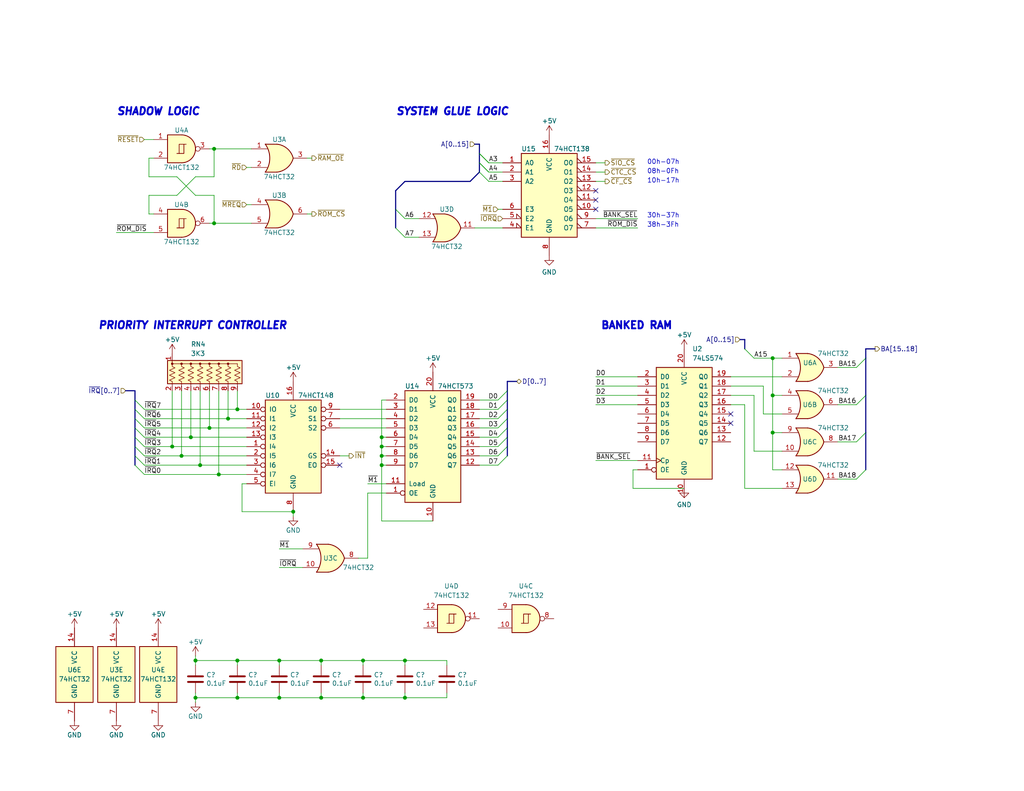
<source format=kicad_sch>
(kicad_sch (version 20230121) (generator eeschema)
  (paper "USLetter")
  (title_block (rev "1") (company "Frédéric Segard") (comment 1 "@microhobbyist") (comment 4 "A big thank you to John Winans for his inspiration, as well as Grant Searle"))
  (lib_symbols
    (symbol "+5V_1" (power) (pin_names (offset 0))
      (property "Value" "+5V_1" (at 0 3.556 0))
      (symbol "+5V_1_1_1"
        (pin power_in line (at 0 0 90) (length 0) hide (name "+5V") (number "1"))
      )
    )
    (symbol "74xx:74LS132" (pin_names (offset 1.016))
      (property "Reference" "U" (at 0 1.27 0))
      (property "Value" "74LS132" (at 0 -1.27 0))
      (symbol "74LS132_1_1"
        (pin input line (at -7.62 2.54 0) (length 3.81) (name "~") (number "1"))
        (pin input line (at -7.62 -2.54 0) (length 3.81) (name "~") (number "2"))
        (pin output inverted (at 7.62 0 180) (length 3.81) (name "~") (number "3"))
      )
      (symbol "74LS132_1_2"
        (pin input inverted (at -7.62 2.54 0) (length 4.318) (name "~") (number "1"))
        (pin input inverted (at -7.62 -2.54 0) (length 4.318) (name "~") (number "2"))
        (pin output line (at 7.62 0 180) (length 3.81) (name "~") (number "3"))
      )
      (symbol "74LS132_2_1"
        (pin input line (at -7.62 2.54 0) (length 3.81) (name "~") (number "4"))
        (pin input line (at -7.62 -2.54 0) (length 3.81) (name "~") (number "5"))
        (pin output inverted (at 7.62 0 180) (length 3.81) (name "~") (number "6"))
      )
      (symbol "74LS132_2_2"
        (pin input inverted (at -7.62 2.54 0) (length 4.318) (name "~") (number "4"))
        (pin input inverted (at -7.62 -2.54 0) (length 4.318) (name "~") (number "5"))
        (pin output line (at 7.62 0 180) (length 3.81) (name "~") (number "6"))
      )
      (symbol "74LS132_3_1"
        (pin input line (at -7.62 -2.54 0) (length 3.81) (name "~") (number "10"))
        (pin output inverted (at 7.62 0 180) (length 3.81) (name "~") (number "8"))
        (pin input line (at -7.62 2.54 0) (length 3.81) (name "~") (number "9"))
      )
      (symbol "74LS132_3_2"
        (pin input inverted (at -7.62 -2.54 0) (length 4.318) (name "~") (number "10"))
        (pin output line (at 7.62 0 180) (length 3.81) (name "~") (number "8"))
        (pin input inverted (at -7.62 2.54 0) (length 4.318) (name "~") (number "9"))
      )
      (symbol "74LS132_4_1"
        (pin output inverted (at 7.62 0 180) (length 3.81) (name "~") (number "11"))
        (pin input line (at -7.62 2.54 0) (length 3.81) (name "~") (number "12"))
        (pin input line (at -7.62 -2.54 0) (length 3.81) (name "~") (number "13"))
      )
      (symbol "74LS132_4_2"
        (pin output line (at 7.62 0 180) (length 3.81) (name "~") (number "11"))
        (pin input inverted (at -7.62 2.54 0) (length 4.318) (name "~") (number "12"))
        (pin input inverted (at -7.62 -2.54 0) (length 4.318) (name "~") (number "13"))
      )
      (symbol "74LS132_5_0"
        (pin power_in line (at 0 12.7 270) (length 5.08) (name "VCC") (number "14"))
        (pin power_in line (at 0 -12.7 90) (length 5.08) (name "GND") (number "7"))
      )
    )
    (symbol "74xx:74LS138" (pin_names (offset 1.016))
      (property "Reference" "U" (at -7.62 11.43 0))
      (property "Value" "74LS138" (at -7.62 -13.97 0))
      (symbol "74LS138_1_0"
        (pin input line (at -12.7 7.62 0) (length 5.08) (name "A0") (number "1"))
        (pin output output_low (at 12.7 -5.08 180) (length 5.08) (name "O5") (number "10"))
        (pin output output_low (at 12.7 -2.54 180) (length 5.08) (name "O4") (number "11"))
        (pin output output_low (at 12.7 0 180) (length 5.08) (name "O3") (number "12"))
        (pin output output_low (at 12.7 2.54 180) (length 5.08) (name "O2") (number "13"))
        (pin output output_low (at 12.7 5.08 180) (length 5.08) (name "O1") (number "14"))
        (pin output output_low (at 12.7 7.62 180) (length 5.08) (name "O0") (number "15"))
        (pin power_in line (at 0 15.24 270) (length 5.08) (name "VCC") (number "16"))
        (pin input line (at -12.7 5.08 0) (length 5.08) (name "A1") (number "2"))
        (pin input line (at -12.7 2.54 0) (length 5.08) (name "A2") (number "3"))
        (pin input input_low (at -12.7 -10.16 0) (length 5.08) (name "E1") (number "4"))
        (pin input input_low (at -12.7 -7.62 0) (length 5.08) (name "E2") (number "5"))
        (pin input line (at -12.7 -5.08 0) (length 5.08) (name "E3") (number "6"))
        (pin output output_low (at 12.7 -10.16 180) (length 5.08) (name "O7") (number "7"))
        (pin power_in line (at 0 -17.78 90) (length 5.08) (name "GND") (number "8"))
        (pin output output_low (at 12.7 -7.62 180) (length 5.08) (name "O6") (number "9"))
      )
    )
    (symbol "74xx:74LS148" (pin_names (offset 1.016))
      (property "Reference" "U" (at -7.62 13.97 0))
      (property "Value" "74LS148" (at -7.62 -13.97 0))
      (symbol "74LS148_1_0"
        (pin input inverted (at -12.7 0 0) (length 5.08) (name "I4") (number "1"))
        (pin input inverted (at -12.7 10.16 0) (length 5.08) (name "IO") (number "10"))
        (pin input inverted (at -12.7 7.62 0) (length 5.08) (name "I1") (number "11"))
        (pin input inverted (at -12.7 5.08 0) (length 5.08) (name "I2") (number "12"))
        (pin input inverted (at -12.7 2.54 0) (length 5.08) (name "I3") (number "13"))
        (pin output inverted (at 12.7 -2.54 180) (length 5.08) (name "GS") (number "14"))
        (pin output inverted (at 12.7 -5.08 180) (length 5.08) (name "EO") (number "15"))
        (pin power_in line (at 0 17.78 270) (length 5.08) (name "VCC") (number "16"))
        (pin input inverted (at -12.7 -2.54 0) (length 5.08) (name "I5") (number "2"))
        (pin input inverted (at -12.7 -5.08 0) (length 5.08) (name "I6") (number "3"))
        (pin input inverted (at -12.7 -7.62 0) (length 5.08) (name "I7") (number "4"))
        (pin input inverted (at -12.7 -10.16 0) (length 5.08) (name "EI") (number "5"))
        (pin output inverted (at 12.7 5.08 180) (length 5.08) (name "S2") (number "6"))
        (pin output inverted (at 12.7 7.62 180) (length 5.08) (name "S1") (number "7"))
        (pin power_in line (at 0 -17.78 90) (length 5.08) (name "GND") (number "8"))
        (pin output inverted (at 12.7 10.16 180) (length 5.08) (name "S0") (number "9"))
      )
    )
    (symbol "74xx:74LS32" (pin_names (offset 1.016))
      (property "Reference" "U" (at 0 1.27 0))
      (property "Value" "74LS32" (at 0 -1.27 0))
      (symbol "74LS32_1_1"
        (pin input line (at -7.62 2.54 0) (length 4.318) (name "~") (number "1"))
        (pin input line (at -7.62 -2.54 0) (length 4.318) (name "~") (number "2"))
        (pin output line (at 7.62 0 180) (length 3.81) (name "~") (number "3"))
      )
      (symbol "74LS32_1_2"
        (pin input inverted (at -7.62 2.54 0) (length 3.81) (name "~") (number "1"))
        (pin input inverted (at -7.62 -2.54 0) (length 3.81) (name "~") (number "2"))
        (pin output inverted (at 7.62 0 180) (length 3.81) (name "~") (number "3"))
      )
      (symbol "74LS32_2_1"
        (pin input line (at -7.62 2.54 0) (length 4.318) (name "~") (number "4"))
        (pin input line (at -7.62 -2.54 0) (length 4.318) (name "~") (number "5"))
        (pin output line (at 7.62 0 180) (length 3.81) (name "~") (number "6"))
      )
      (symbol "74LS32_2_2"
        (pin input inverted (at -7.62 2.54 0) (length 3.81) (name "~") (number "4"))
        (pin input inverted (at -7.62 -2.54 0) (length 3.81) (name "~") (number "5"))
        (pin output inverted (at 7.62 0 180) (length 3.81) (name "~") (number "6"))
      )
      (symbol "74LS32_3_1"
        (pin input line (at -7.62 -2.54 0) (length 4.318) (name "~") (number "10"))
        (pin output line (at 7.62 0 180) (length 3.81) (name "~") (number "8"))
        (pin input line (at -7.62 2.54 0) (length 4.318) (name "~") (number "9"))
      )
      (symbol "74LS32_3_2"
        (pin input inverted (at -7.62 -2.54 0) (length 3.81) (name "~") (number "10"))
        (pin output inverted (at 7.62 0 180) (length 3.81) (name "~") (number "8"))
        (pin input inverted (at -7.62 2.54 0) (length 3.81) (name "~") (number "9"))
      )
      (symbol "74LS32_4_1"
        (pin output line (at 7.62 0 180) (length 3.81) (name "~") (number "11"))
        (pin input line (at -7.62 2.54 0) (length 4.318) (name "~") (number "12"))
        (pin input line (at -7.62 -2.54 0) (length 4.318) (name "~") (number "13"))
      )
      (symbol "74LS32_4_2"
        (pin output inverted (at 7.62 0 180) (length 3.81) (name "~") (number "11"))
        (pin input inverted (at -7.62 2.54 0) (length 3.81) (name "~") (number "12"))
        (pin input inverted (at -7.62 -2.54 0) (length 3.81) (name "~") (number "13"))
      )
      (symbol "74LS32_5_0"
        (pin power_in line (at 0 12.7 270) (length 5.08) (name "VCC") (number "14"))
        (pin power_in line (at 0 -12.7 90) (length 5.08) (name "GND") (number "7"))
      )
    )
    (symbol "74xx:74LS573" (pin_names (offset 1.016))
      (property "Reference" "U" (at -7.62 16.51 0))
      (property "Value" "74LS573" (at -7.62 -16.51 0))
      (symbol "74LS573_1_0"
        (pin input inverted (at -12.7 -12.7 0) (length 5.08) (name "OE") (number "1"))
        (pin power_in line (at 0 -20.32 90) (length 5.08) (name "GND") (number "10"))
        (pin input line (at -12.7 -10.16 0) (length 5.08) (name "Load") (number "11"))
        (pin tri_state line (at 12.7 -5.08 180) (length 5.08) (name "Q7") (number "12"))
        (pin tri_state line (at 12.7 -2.54 180) (length 5.08) (name "Q6") (number "13"))
        (pin tri_state line (at 12.7 0 180) (length 5.08) (name "Q5") (number "14"))
        (pin tri_state line (at 12.7 2.54 180) (length 5.08) (name "Q4") (number "15"))
        (pin tri_state line (at 12.7 5.08 180) (length 5.08) (name "Q3") (number "16"))
        (pin tri_state line (at 12.7 7.62 180) (length 5.08) (name "Q2") (number "17"))
        (pin tri_state line (at 12.7 10.16 180) (length 5.08) (name "Q1") (number "18"))
        (pin tri_state line (at 12.7 12.7 180) (length 5.08) (name "Q0") (number "19"))
        (pin input line (at -12.7 12.7 0) (length 5.08) (name "D0") (number "2"))
        (pin power_in line (at 0 20.32 270) (length 5.08) (name "VCC") (number "20"))
        (pin input line (at -12.7 10.16 0) (length 5.08) (name "D1") (number "3"))
        (pin input line (at -12.7 7.62 0) (length 5.08) (name "D2") (number "4"))
        (pin input line (at -12.7 5.08 0) (length 5.08) (name "D3") (number "5"))
        (pin input line (at -12.7 2.54 0) (length 5.08) (name "D4") (number "6"))
        (pin input line (at -12.7 0 0) (length 5.08) (name "D5") (number "7"))
        (pin input line (at -12.7 -2.54 0) (length 5.08) (name "D6") (number "8"))
        (pin input line (at -12.7 -5.08 0) (length 5.08) (name "D7") (number "9"))
      )
    )
    (symbol "74xx:74LS574" (pin_names (offset 1.016))
      (property "Reference" "U" (at -7.62 16.51 0))
      (property "Value" "74LS574" (at -7.62 -16.51 0))
      (symbol "74LS574_1_0"
        (pin input inverted (at -12.7 -12.7 0) (length 5.08) (name "OE") (number "1"))
        (pin power_in line (at 0 -20.32 90) (length 5.08) (name "GND") (number "10"))
        (pin input clock (at -12.7 -10.16 0) (length 5.08) (name "Cp") (number "11"))
        (pin tri_state line (at 12.7 -5.08 180) (length 5.08) (name "Q7") (number "12"))
        (pin tri_state line (at 12.7 -2.54 180) (length 5.08) (name "Q6") (number "13"))
        (pin tri_state line (at 12.7 0 180) (length 5.08) (name "Q5") (number "14"))
        (pin tri_state line (at 12.7 2.54 180) (length 5.08) (name "Q4") (number "15"))
        (pin tri_state line (at 12.7 5.08 180) (length 5.08) (name "Q3") (number "16"))
        (pin tri_state line (at 12.7 7.62 180) (length 5.08) (name "Q2") (number "17"))
        (pin tri_state line (at 12.7 10.16 180) (length 5.08) (name "Q1") (number "18"))
        (pin tri_state line (at 12.7 12.7 180) (length 5.08) (name "Q0") (number "19"))
        (pin input line (at -12.7 12.7 0) (length 5.08) (name "D0") (number "2"))
        (pin power_in line (at 0 20.32 270) (length 5.08) (name "VCC") (number "20"))
        (pin input line (at -12.7 10.16 0) (length 5.08) (name "D1") (number "3"))
        (pin input line (at -12.7 7.62 0) (length 5.08) (name "D2") (number "4"))
        (pin input line (at -12.7 5.08 0) (length 5.08) (name "D3") (number "5"))
        (pin input line (at -12.7 2.54 0) (length 5.08) (name "D4") (number "6"))
        (pin input line (at -12.7 0 0) (length 5.08) (name "D5") (number "7"))
        (pin input line (at -12.7 -2.54 0) (length 5.08) (name "D6") (number "8"))
        (pin input line (at -12.7 -5.08 0) (length 5.08) (name "D7") (number "9"))
      )
    )
    (symbol "Device:C" (pin_numbers hide) (pin_names (offset 0.254))
      (property "Reference" "C" (at 0.635 2.54 0))
      (property "Value" "C" (at 0.635 -2.54 0))
      (symbol "C_1_1"
        (pin passive line (at 0 3.81 270) (length 2.794) (name "~") (number "1"))
        (pin passive line (at 0 -3.81 90) (length 2.794) (name "~") (number "2"))
      )
    )
    (symbol "Device:R_Network08_US" (pin_names (offset 0) hide)
      (property "Reference" "RN" (at -12.7 0 90))
      (property "Value" "R_Network08_US" (at 10.16 0 90))
      (symbol "R_Network08_US_1_1"
        (pin passive line (at -10.16 5.08 270) (length 2.54) (name "common") (number "1"))
        (pin passive line (at -10.16 -5.08 90) (length 1.27) (name "R1") (number "2"))
        (pin passive line (at -7.62 -5.08 90) (length 1.27) (name "R2") (number "3"))
        (pin passive line (at -5.08 -5.08 90) (length 1.27) (name "R3") (number "4"))
        (pin passive line (at -2.54 -5.08 90) (length 1.27) (name "R4") (number "5"))
        (pin passive line (at 0 -5.08 90) (length 1.27) (name "R5") (number "6"))
        (pin passive line (at 2.54 -5.08 90) (length 1.27) (name "R6") (number "7"))
        (pin passive line (at 5.08 -5.08 90) (length 1.27) (name "R7") (number "8"))
        (pin passive line (at 7.62 -5.08 90) (length 1.27) (name "R8") (number "9"))
      )
    )
    (symbol "GND_2" (power) (pin_names (offset 0))
      (property "Value" "GND_2" (at 0 -3.81 0))
      (symbol "GND_2_1_1"
        (pin power_in line (at 0 0 270) (length 0) hide (name "GND") (number "1"))
      )
    )
    (symbol "power:GND" (power) (pin_names (offset 0))
      (property "Value" "GND" (at 0 -3.81 0))
      (symbol "GND_1_1"
        (pin power_in line (at 0 0 270) (length 0) hide (name "GND") (number "1"))
      )
    )
  )
  (junction (at 104.14 121.92))
  (junction (at 99.06 180.34))
  (junction (at 76.2 190.5))
  (junction (at 99.06 190.5))
  (junction (at 87.63 180.34))
  (junction (at 80.01 139.7))
  (junction (at 62.23 114.3))
  (junction (at 54.61 127))
  (junction (at 210.82 118.11))
  (junction (at 104.14 124.46))
  (junction (at 59.69 129.54))
  (junction (at 49.53 124.46))
  (junction (at 57.15 116.84))
  (junction (at 110.49 180.34))
  (junction (at 58.42 40.64))
  (junction (at 210.82 97.79))
  (junction (at 53.34 180.34))
  (junction (at 53.34 190.5))
  (junction (at 104.14 127))
  (junction (at 64.77 190.5))
  (junction (at 64.77 111.76))
  (junction (at 52.07 119.38))
  (junction (at 210.82 107.95))
  (junction (at 58.42 60.96))
  (junction (at 46.99 121.92))
  (junction (at 87.63 190.5))
  (junction (at 104.14 119.38))
  (junction (at 76.2 180.34))
  (junction (at 64.77 180.34))
  (junction (at 110.49 190.5))
  (no_connect (at 162.56 54.61))
  (no_connect (at 92.71 127))
  (no_connect (at 199.39 113.03))
  (no_connect (at 162.56 52.07))
  (no_connect (at 162.56 57.15))
  (no_connect (at 199.39 115.57))
  (bus_entry (at 36.83 119.38) (size 2.54 2.54))
  (bus_entry (at 135.89 127) (size 2.54 -2.54))
  (bus_entry (at 130.81 41.91) (size 2.54 2.54))
  (bus_entry (at 36.83 111.76) (size 2.54 2.54))
  (bus_entry (at 36.83 114.3) (size 2.54 2.54))
  (bus_entry (at 135.89 116.84) (size 2.54 -2.54))
  (bus_entry (at 130.81 44.45) (size 2.54 2.54))
  (bus_entry (at 107.95 62.23) (size 2.54 2.54))
  (bus_entry (at 107.95 57.15) (size 2.54 2.54))
  (bus_entry (at 135.89 124.46) (size 2.54 -2.54))
  (bus_entry (at 36.83 124.46) (size 2.54 2.54))
  (bus_entry (at 233.68 100.33) (size 2.54 -2.54))
  (bus_entry (at 130.81 46.99) (size 2.54 2.54))
  (bus_entry (at 135.89 119.38) (size 2.54 -2.54))
  (bus_entry (at 233.68 110.49) (size 2.54 -2.54))
  (bus_entry (at 233.68 130.81) (size 2.54 -2.54))
  (bus_entry (at 36.83 116.84) (size 2.54 2.54))
  (bus_entry (at 135.89 111.76) (size 2.54 -2.54))
  (bus_entry (at 233.68 120.65) (size 2.54 -2.54))
  (bus_entry (at 130.81 44.45) (size 2.54 2.54))
  (bus_entry (at 36.83 109.22) (size 2.54 2.54))
  (bus_entry (at 135.89 109.22) (size 2.54 -2.54))
  (bus_entry (at 135.89 114.3) (size 2.54 -2.54))
  (bus_entry (at 36.83 121.92) (size 2.54 2.54))
  (bus_entry (at 130.81 41.91) (size 2.54 2.54))
  (bus_entry (at 203.2 95.25) (size 2.54 2.54))
  (bus_entry (at 135.89 121.92) (size 2.54 -2.54))
  (bus_entry (at 36.83 127) (size 2.54 2.54))
  (wire (pts (xy 53.34 48.26) (xy 58.42 48.26)))
  (wire (pts (xy 165.1 44.45) (xy 162.56 44.45)))
  (bus (pts (xy 130.81 39.37) (xy 130.81 41.91)))
  (wire (pts (xy 130.81 121.92) (xy 135.89 121.92)))
  (wire (pts (xy 53.34 189.23) (xy 53.34 190.5)))
  (bus (pts (xy 36.83 109.22) (xy 36.83 106.68)))
  (wire (pts (xy 67.31 55.88) (xy 68.58 55.88)))
  (bus (pts (xy 138.43 124.46) (xy 138.43 121.92)))
  (wire (pts (xy 199.39 107.95) (xy 205.74 107.95)))
  (wire (pts (xy 99.06 181.61) (xy 99.06 180.34)))
  (wire (pts (xy 129.54 62.23) (xy 137.16 62.23)))
  (wire (pts (xy 76.2 189.23) (xy 76.2 190.5)))
  (wire (pts (xy 39.37 114.3) (xy 62.23 114.3)))
  (wire (pts (xy 100.33 152.4) (xy 100.33 134.62)))
  (wire (pts (xy 39.37 124.46) (xy 49.53 124.46)))
  (wire (pts (xy 162.56 125.73) (xy 173.99 125.73)))
  (wire (pts (xy 130.81 127) (xy 135.89 127)))
  (wire (pts (xy 104.14 119.38) (xy 104.14 121.92)))
  (wire (pts (xy 40.64 53.34) (xy 40.64 58.42)))
  (wire (pts (xy 85.09 58.42) (xy 83.82 58.42)))
  (wire (pts (xy 172.72 128.27) (xy 172.72 133.35)))
  (wire (pts (xy 46.99 121.92) (xy 67.31 121.92)))
  (wire (pts (xy 62.23 114.3) (xy 67.31 114.3)))
  (wire (pts (xy 31.75 63.5) (xy 41.91 63.5)))
  (wire (pts (xy 52.07 106.68) (xy 52.07 119.38)))
  (bus (pts (xy 36.83 114.3) (xy 36.83 111.76)))
  (wire (pts (xy 130.81 116.84) (xy 135.89 116.84)))
  (wire (pts (xy 199.39 102.87) (xy 213.36 102.87)))
  (wire (pts (xy 110.49 189.23) (xy 110.49 190.5)))
  (wire (pts (xy 58.42 40.64) (xy 68.58 40.64)))
  (wire (pts (xy 46.99 106.68) (xy 46.99 121.92)))
  (wire (pts (xy 64.77 180.34) (xy 76.2 180.34)))
  (wire (pts (xy 104.14 124.46) (xy 104.14 127)))
  (wire (pts (xy 76.2 149.86) (xy 82.55 149.86)))
  (wire (pts (xy 210.82 118.11) (xy 213.36 118.11)))
  (bus (pts (xy 36.83 111.76) (xy 36.83 109.22)))
  (wire (pts (xy 87.63 190.5) (xy 99.06 190.5)))
  (bus (pts (xy 138.43 109.22) (xy 138.43 106.68)))
  (wire (pts (xy 76.2 154.94) (xy 82.55 154.94)))
  (bus (pts (xy 236.22 118.11) (xy 236.22 128.27)))
  (bus (pts (xy 36.83 119.38) (xy 36.83 116.84)))
  (wire (pts (xy 228.6 100.33) (xy 233.68 100.33)))
  (wire (pts (xy 92.71 116.84) (xy 105.41 116.84)))
  (wire (pts (xy 57.15 116.84) (xy 67.31 116.84)))
  (bus (pts (xy 138.43 106.68) (xy 138.43 104.14)))
  (wire (pts (xy 52.07 119.38) (xy 67.31 119.38)))
  (wire (pts (xy 99.06 180.34) (xy 110.49 180.34)))
  (wire (pts (xy 40.64 48.26) (xy 48.26 48.26)))
  (wire (pts (xy 104.14 109.22) (xy 104.14 119.38)))
  (bus (pts (xy 236.22 107.95) (xy 236.22 118.11)))
  (wire (pts (xy 67.31 132.08) (xy 66.04 132.08)))
  (bus (pts (xy 138.43 119.38) (xy 138.43 116.84)))
  (wire (pts (xy 100.33 132.08) (xy 105.41 132.08)))
  (bus (pts (xy 138.43 121.92) (xy 138.43 119.38)))
  (wire (pts (xy 40.64 43.18) (xy 40.64 48.26)))
  (wire (pts (xy 53.34 190.5) (xy 53.34 191.77)))
  (wire (pts (xy 121.92 181.61) (xy 121.92 180.34)))
  (wire (pts (xy 135.89 57.15) (xy 137.16 57.15)))
  (bus (pts (xy 138.43 104.14) (xy 140.97 104.14)))
  (wire (pts (xy 41.91 58.42) (xy 40.64 58.42)))
  (wire (pts (xy 64.77 111.76) (xy 67.31 111.76)))
  (bus (pts (xy 107.95 62.23) (xy 107.95 57.15)))
  (wire (pts (xy 57.15 40.64) (xy 58.42 40.64)))
  (wire (pts (xy 121.92 189.23) (xy 121.92 190.5)))
  (wire (pts (xy 59.69 129.54) (xy 67.31 129.54)))
  (wire (pts (xy 99.06 189.23) (xy 99.06 190.5)))
  (wire (pts (xy 76.2 180.34) (xy 87.63 180.34)))
  (wire (pts (xy 39.37 38.1) (xy 41.91 38.1)))
  (wire (pts (xy 64.77 181.61) (xy 64.77 180.34)))
  (wire (pts (xy 53.34 179.07) (xy 53.34 180.34)))
  (wire (pts (xy 39.37 127) (xy 54.61 127)))
  (bus (pts (xy 236.22 97.79) (xy 236.22 107.95)))
  (wire (pts (xy 110.49 190.5) (xy 121.92 190.5)))
  (wire (pts (xy 64.77 106.68) (xy 64.77 111.76)))
  (wire (pts (xy 62.23 106.68) (xy 62.23 114.3)))
  (wire (pts (xy 97.79 152.4) (xy 100.33 152.4)))
  (wire (pts (xy 110.49 180.34) (xy 121.92 180.34)))
  (bus (pts (xy 203.2 95.25) (xy 203.2 92.71)))
  (wire (pts (xy 64.77 190.5) (xy 76.2 190.5)))
  (bus (pts (xy 107.95 57.15) (xy 107.95 52.07)))
  (wire (pts (xy 92.71 124.46) (xy 95.25 124.46)))
  (wire (pts (xy 92.71 114.3) (xy 105.41 114.3)))
  (bus (pts (xy 236.22 95.25) (xy 238.76 95.25)))
  (wire (pts (xy 39.37 121.92) (xy 46.99 121.92)))
  (wire (pts (xy 66.04 139.7) (xy 80.01 139.7)))
  (wire (pts (xy 76.2 181.61) (xy 76.2 180.34)))
  (wire (pts (xy 205.74 107.95) (xy 205.74 123.19)))
  (bus (pts (xy 130.81 41.91) (xy 130.81 44.45)))
  (wire (pts (xy 110.49 59.69) (xy 114.3 59.69)))
  (wire (pts (xy 210.82 107.95) (xy 210.82 97.79)))
  (wire (pts (xy 172.72 133.35) (xy 186.69 133.35)))
  (wire (pts (xy 92.71 111.76) (xy 105.41 111.76)))
  (wire (pts (xy 104.14 119.38) (xy 105.41 119.38)))
  (bus (pts (xy 138.43 116.84) (xy 138.43 114.3)))
  (wire (pts (xy 162.56 49.53) (xy 165.1 49.53)))
  (wire (pts (xy 54.61 127) (xy 67.31 127)))
  (bus (pts (xy 36.83 124.46) (xy 36.83 121.92)))
  (wire (pts (xy 133.35 46.99) (xy 137.16 46.99)))
  (wire (pts (xy 228.6 130.81) (xy 233.68 130.81)))
  (wire (pts (xy 66.04 132.08) (xy 66.04 139.7)))
  (wire (pts (xy 162.56 102.87) (xy 173.99 102.87)))
  (wire (pts (xy 130.81 109.22) (xy 135.89 109.22)))
  (wire (pts (xy 104.14 142.24) (xy 118.11 142.24)))
  (wire (pts (xy 203.2 110.49) (xy 199.39 110.49)))
  (wire (pts (xy 110.49 181.61) (xy 110.49 180.34)))
  (wire (pts (xy 133.35 44.45) (xy 137.16 44.45)))
  (wire (pts (xy 58.42 40.64) (xy 58.42 48.26)))
  (wire (pts (xy 210.82 107.95) (xy 213.36 107.95)))
  (wire (pts (xy 133.35 49.53) (xy 137.16 49.53)))
  (wire (pts (xy 130.81 114.3) (xy 135.89 114.3)))
  (wire (pts (xy 130.81 111.76) (xy 135.89 111.76)))
  (wire (pts (xy 210.82 118.11) (xy 210.82 107.95)))
  (wire (pts (xy 87.63 181.61) (xy 87.63 180.34)))
  (wire (pts (xy 40.64 53.34) (xy 48.26 53.34)))
  (wire (pts (xy 213.36 133.35) (xy 203.2 133.35)))
  (wire (pts (xy 87.63 189.23) (xy 87.63 190.5)))
  (wire (pts (xy 104.14 121.92) (xy 104.14 124.46)))
  (bus (pts (xy 128.27 49.53) (xy 130.81 46.99)))
  (bus (pts (xy 130.81 46.99) (xy 130.81 44.45)))
  (wire (pts (xy 99.06 190.5) (xy 110.49 190.5)))
  (bus (pts (xy 138.43 114.3) (xy 138.43 111.76)))
  (wire (pts (xy 228.6 120.65) (xy 233.68 120.65)))
  (wire (pts (xy 104.14 127) (xy 105.41 127)))
  (wire (pts (xy 213.36 128.27) (xy 210.82 128.27)))
  (wire (pts (xy 39.37 119.38) (xy 52.07 119.38)))
  (wire (pts (xy 210.82 97.79) (xy 213.36 97.79)))
  (wire (pts (xy 67.31 45.72) (xy 68.58 45.72)))
  (wire (pts (xy 105.41 109.22) (xy 104.14 109.22)))
  (wire (pts (xy 54.61 106.68) (xy 54.61 127)))
  (bus (pts (xy 107.95 52.07) (xy 110.49 49.53)))
  (wire (pts (xy 205.74 97.79) (xy 210.82 97.79)))
  (bus (pts (xy 110.49 49.53) (xy 128.27 49.53)))
  (wire (pts (xy 58.42 60.96) (xy 68.58 60.96)))
  (wire (pts (xy 48.26 53.34) (xy 53.34 48.26)))
  (wire (pts (xy 58.42 53.34) (xy 53.34 53.34)))
  (wire (pts (xy 199.39 105.41) (xy 208.28 105.41)))
  (wire (pts (xy 104.14 121.92) (xy 105.41 121.92)))
  (wire (pts (xy 76.2 190.5) (xy 87.63 190.5)))
  (wire (pts (xy 53.34 53.34) (xy 48.26 48.26)))
  (wire (pts (xy 162.56 105.41) (xy 173.99 105.41)))
  (wire (pts (xy 203.2 133.35) (xy 203.2 110.49)))
  (bus (pts (xy 129.54 39.37) (xy 130.81 39.37)))
  (wire (pts (xy 104.14 124.46) (xy 105.41 124.46)))
  (wire (pts (xy 59.69 106.68) (xy 59.69 129.54)))
  (bus (pts (xy 36.83 116.84) (xy 36.83 114.3)))
  (wire (pts (xy 130.81 124.46) (xy 135.89 124.46)))
  (wire (pts (xy 39.37 129.54) (xy 59.69 129.54)))
  (wire (pts (xy 57.15 60.96) (xy 58.42 60.96)))
  (wire (pts (xy 205.74 123.19) (xy 213.36 123.19)))
  (wire (pts (xy 208.28 113.03) (xy 213.36 113.03)))
  (wire (pts (xy 162.56 62.23) (xy 173.99 62.23)))
  (wire (pts (xy 162.56 107.95) (xy 173.99 107.95)))
  (bus (pts (xy 36.83 121.92) (xy 36.83 119.38)))
  (wire (pts (xy 49.53 124.46) (xy 67.31 124.46)))
  (wire (pts (xy 228.6 110.49) (xy 233.68 110.49)))
  (bus (pts (xy 138.43 111.76) (xy 138.43 109.22)))
  (wire (pts (xy 39.37 116.84) (xy 57.15 116.84)))
  (bus (pts (xy 36.83 127) (xy 36.83 124.46)))
  (wire (pts (xy 87.63 180.34) (xy 99.06 180.34)))
  (wire (pts (xy 100.33 134.62) (xy 105.41 134.62)))
  (wire (pts (xy 162.56 110.49) (xy 173.99 110.49)))
  (wire (pts (xy 172.72 128.27) (xy 173.99 128.27)))
  (wire (pts (xy 58.42 53.34) (xy 58.42 60.96)))
  (bus (pts (xy 201.93 92.71) (xy 203.2 92.71)))
  (wire (pts (xy 39.37 111.76) (xy 64.77 111.76)))
  (wire (pts (xy 162.56 59.69) (xy 173.99 59.69)))
  (bus (pts (xy 236.22 97.79) (xy 236.22 95.25)))
  (wire (pts (xy 64.77 189.23) (xy 64.77 190.5)))
  (wire (pts (xy 110.49 64.77) (xy 114.3 64.77)))
  (wire (pts (xy 49.53 106.68) (xy 49.53 124.46)))
  (bus (pts (xy 34.29 106.68) (xy 36.83 106.68)))
  (wire (pts (xy 41.91 43.18) (xy 40.64 43.18)))
  (wire (pts (xy 53.34 180.34) (xy 64.77 180.34)))
  (wire (pts (xy 130.81 119.38) (xy 135.89 119.38)))
  (wire (pts (xy 80.01 140.97) (xy 80.01 139.7)))
  (wire (pts (xy 53.34 190.5) (xy 64.77 190.5)))
  (wire (pts (xy 165.1 46.99) (xy 162.56 46.99)))
  (wire (pts (xy 53.34 180.34) (xy 53.34 181.61)))
  (wire (pts (xy 104.14 127) (xy 104.14 142.24)))
  (wire (pts (xy 208.28 105.41) (xy 208.28 113.03)))
  (wire (pts (xy 85.09 43.18) (xy 83.82 43.18)))
  (wire (pts (xy 210.82 128.27) (xy 210.82 118.11)))
  (wire (pts (xy 57.15 106.68) (xy 57.15 116.84)))
  (text "PRIORITY INTERRUPT CONTROLLER" (at 26.67 90.17 0) (effects (font (size 2 2) (thickness 0.508) bold italic) (justify left bottom)))
  (text "SYSTEM GLUE LOGIC" (at 107.95 31.75 0) (effects (font (size 2 2) (thickness 0.508) bold italic) (justify left bottom)))
  (text "SHADOW LOGIC" (at 31.75 31.75 0) (effects (font (size 2 2) (thickness 0.508) bold italic) (justify left bottom)))
  (text "00h-07h" (at 176.53 45.085 0) (effects (font (size 1.27 1.27)) (justify left bottom)))
  (text "38h-3Fh" (at 176.53 62.23 0) (effects (font (size 1.27 1.27)) (justify left bottom)))
  (text "08h-0Fh" (at 176.53 47.625 0) (effects (font (size 1.27 1.27)) (justify left bottom)))
  (text "10h-17h" (at 176.53 50.165 0) (effects (font (size 1.27 1.27)) (justify left bottom)))
  (text "30h-37h" (at 176.53 59.69 0) (effects (font (size 1.27 1.27)) (justify left bottom)))
  (text "BANKED RAM" (at 163.83 90.17 0) (effects (font (size 2 2) (thickness 0.508) bold) (justify left bottom)))
  (label "D6" (at 135.89 124.46 180))
  (label "A6" (at 110.49 59.69 0))
  (label "D4" (at 135.89 119.38 180))
  (label "D2" (at 162.56 107.95 0))
  (label "~{BANK_SEL}" (at 162.56 125.73 0))
  (label "A4" (at 133.35 46.99 0))
  (label "A15" (at 205.74 97.79 0))
  (label "D3" (at 135.89 116.84 180))
  (label "D1" (at 162.56 105.41 0))
  (label "A5" (at 133.35 49.53 0))
  (label "D0" (at 135.89 109.22 180))
  (label "D5" (at 135.89 121.92 180))
  (label "~{IRQ}1" (at 39.37 127 0))
  (label "~{M1}" (at 76.2 149.86 0))
  (label "~{IRQ}4" (at 39.37 119.38 0))
  (label "~{ROM_DIS}" (at 31.75 63.5 0))
  (label "~{IRQ}7" (at 39.37 111.76 0))
  (label "~{IORQ}" (at 76.2 154.94 0))
  (label "D3" (at 162.56 110.49 0))
  (label "D2" (at 135.89 114.3 180))
  (label "D7" (at 135.89 127 180))
  (label "~{IRQ}3" (at 39.37 121.92 0))
  (label "~{IRQ}0" (at 39.37 129.54 0))
  (label "BA17" (at 233.68 120.65 180))
  (label "BA16" (at 233.68 110.49 180))
  (label "BA15" (at 233.68 100.33 180))
  (label "~{IRQ}5" (at 39.37 116.84 0))
  (label "~{BANK_SEL}" (at 173.99 59.69 180))
  (label "~{M1}" (at 100.33 132.08 0))
  (label "A7" (at 110.49 64.77 0))
  (label "~{IRQ}2" (at 39.37 124.46 0))
  (label "D1" (at 135.89 111.76 180))
  (label "~{IRQ}6" (at 39.37 114.3 0))
  (label "A3" (at 133.35 44.45 0))
  (label "BA18" (at 233.68 130.81 180))
  (label "~{ROM_DIS}" (at 173.99 62.23 180))
  (label "D0" (at 162.56 102.87 0))
  (hierarchical_label "~{RAM_OE}" (shape output) (at 85.09 43.18 0))
  (hierarchical_label "BA[15..18]" (shape output) (at 238.76 95.25 0))
  (hierarchical_label "~{M1}" (shape input) (at 135.89 57.15 180))
  (hierarchical_label "~{SIO_CS}" (shape output) (at 165.1 44.45 0))
  (hierarchical_label "~{RESET}" (shape input) (at 39.37 38.1 180))
  (hierarchical_label "~{INT}" (shape output) (at 95.25 124.46 0))
  (hierarchical_label "A[0..15]" (shape input) (at 201.93 92.71 180))
  (hierarchical_label "A[0..15]" (shape input) (at 129.54 39.37 180))
  (hierarchical_label "~{CF_CS}" (shape output) (at 165.1 49.53 0))
  (hierarchical_label "~{IORQ}" (shape input) (at 137.16 59.69 180))
  (hierarchical_label "~{RD}" (shape input) (at 67.31 45.72 180))
  (hierarchical_label "~{MREQ}" (shape input) (at 67.31 55.88 180))
  (hierarchical_label "~{CTC_CS}" (shape output) (at 165.1 46.99 0))
  (hierarchical_label "D[0..7]" (shape bidirectional) (at 140.97 104.14 0))
  (hierarchical_label "~{IRQ}[0..7]" (shape input) (at 34.29 106.68 180))
  (hierarchical_label "~{ROM_CS}" (shape output) (at 85.09 58.42 0))
  (symbol (lib_name "+5V_1") (lib_id "power:+5V") (at 53.34 179.07 0) (unit 1)
    (property "Reference" "#PWR?" (effects hide))
    (property "Value" "+5V" (at 53.34 175.26 0))
    (instances (project "2 - CPU and memory card with the essentials (rev 2)" (path "" (reference "#PWR?") (unit 1)) (path "" (reference "#PWR017") (unit 1))))
  )
  (symbol (lib_id "Device:C") (at 76.2 185.42 0) (unit 1)
    (property "Reference" "C?" (at 79.121 184.2516 0) (effects (justify left)))
    (property "Value" "0.1uF" (at 79.121 186.563 0) (effects (justify left)))
    (property "Footprint" "Capacitor_THT:C_Disc_D3.0mm_W2.0mm_P2.50mm" (effects hide))
    (instances (project "2 - CPU and memory card with the essentials (rev 2)" (path "" (reference "C?") (unit 1)) (path "" (reference "C6") (unit 1))) (project "" (path "" (reference "C?") (unit 1))))
  )
  (symbol (lib_name "+5V_1") (lib_id "power:+5V") (at 149.86 36.83 0) (unit 1)
    (property "Reference" "#PWR?" (effects hide))
    (property "Value" "+5V" (at 149.86 33.02 0))
    (instances (project "2 - CPU and memory card with the essentials (rev 2)" (path "" (reference "#PWR?") (unit 1)) (path "" (reference "#PWR019") (unit 1))))
  )
  (symbol (lib_id "Device:C") (at 64.77 185.42 0) (unit 1)
    (property "Reference" "C?" (at 67.691 184.2516 0) (effects (justify left)))
    (property "Value" "0.1uF" (at 67.691 186.563 0) (effects (justify left)))
    (property "Footprint" "Capacitor_THT:C_Disc_D3.0mm_W2.0mm_P2.50mm" (effects hide))
    (instances (project "2 - CPU and memory card with the essentials (rev 2)" (path "" (reference "C?") (unit 1)) (path "" (reference "C5") (unit 1))) (project "" (path "" (reference "C?") (unit 1))))
  )
  (symbol (lib_id "Device:C") (at 121.92 185.42 0) (unit 1)
    (property "Reference" "C?" (at 124.841 184.2516 0) (effects (justify left)))
    (property "Value" "0.1uF" (at 124.841 186.563 0) (effects (justify left)))
    (property "Footprint" "Capacitor_THT:C_Disc_D3.0mm_W2.0mm_P2.50mm" (effects hide))
    (instances (project "2 - CPU and memory card with the essentials (rev 2)" (path "" (reference "C?") (unit 1)) (path "" (reference "C21") (unit 1))) (project "" (path "" (reference "C?") (unit 1))))
  )
  (symbol (lib_id "power:GND") (at 43.18 196.85 0) (unit 1)
    (property "Reference" "#PWR?" (effects hide))
    (property "Value" "GND" (at 43.18 200.66 0))
    (instances (project "2 - CPU and memory card with the essentials (rev 2)" (path "" (reference "#PWR?") (unit 1)) (path "" (reference "#PWR024") (unit 1))) (project "1 - ATX 16 bit ISA passive backplane" (path "" (reference "#PWR?") (unit 1))))
  )
  (symbol (lib_id "74xx:74LS132") (at 43.18 184.15 0) (unit 5)
    (property "Reference" "U4" (at 43.18 182.88 0))
    (property "Value" "74HCT132" (at 43.18 185.42 0))
    (property "Datasheet" "http://www.ti.com/lit/gpn/sn74LS132" (effects hide))
  )
  (symbol (lib_id "74xx:74LS132") (at 143.51 168.91 0) (unit 3)
    (property "Reference" "U4" (at 143.5017 160.02 0))
    (property "Value" "74HCT132" (at 143.5017 162.56 0))
    (property "Datasheet" "http://www.ti.com/lit/gpn/sn74LS132" (effects hide))
  )
  (symbol (lib_name "+5V_1") (lib_id "power:+5V") (at 46.99 96.52 0) (unit 1)
    (property "Reference" "#PWR?" (effects hide))
    (property "Value" "+5V" (at 46.99 92.71 0))
    (instances (project "2 - CPU and memory card with the essentials (rev 2)" (path "" (reference "#PWR?") (unit 1)) (path "" (reference "#PWR033") (unit 1))))
  )
  (symbol (lib_name "+5V_1") (lib_id "power:+5V") (at 186.69 95.25 0) (unit 1)
    (property "Reference" "#PWR027" (effects hide))
    (property "Value" "+5V" (at 186.69 91.44 0))
    (instances (project "2 - CPU and memory card with the essentials (rev 2)" (path "" (reference "#PWR027") (unit 1))) (project "2 - CPU and memory card with the essential peripherals" (path "" (reference "#PWR?") (unit 1))))
  )
  (symbol (lib_id "74xx:74LS132") (at 49.53 60.96 0) (unit 2)
    (property "Reference" "U4" (at 49.53 55.88 0))
    (property "Value" "74HCT132" (at 49.53 66.04 0))
    (property "Datasheet" "http://www.ti.com/lit/gpn/sn74LS132" (effects hide))
  )
  (symbol (lib_id "74xx:74LS148") (at 80.01 121.92 0) (unit 1)
    (property "Reference" "U10" (at 72.39 107.95 0) (effects (justify left)))
    (property "Value" "74HCT148" (at 81.28 107.95 0) (effects (justify left)))
    (property "Datasheet" "http://www.ti.com/lit/gpn/sn74LS148" (effects hide))
  )
  (symbol (lib_id "Device:C") (at 99.06 185.42 0) (unit 1)
    (property "Reference" "C?" (at 101.981 184.2516 0) (effects (justify left)))
    (property "Value" "0.1uF" (at 101.981 186.563 0) (effects (justify left)))
    (property "Footprint" "Capacitor_THT:C_Disc_D3.0mm_W2.0mm_P2.50mm" (effects hide))
    (instances (project "2 - CPU and memory card with the essentials (rev 2)" (path "" (reference "C?") (unit 1)) (path "" (reference "C8") (unit 1))) (project "" (path "" (reference "C?") (unit 1))))
  )
  (symbol (lib_id "74xx:74LS32") (at 220.98 120.65 0) (unit 3)
    (property "Reference" "U6" (at 220.98 120.65 0))
    (property "Value" "74HCT32" (at 227.33 116.84 0))
    (property "Datasheet" "http://www.ti.com/lit/gpn/sn74LS32" (effects hide))
  )
  (symbol (lib_id "74xx:74LS32") (at 31.75 184.15 0) (unit 5)
    (property "Reference" "U3" (at 31.75 182.88 0))
    (property "Value" "74HCT32" (at 31.75 185.42 0))
    (property "Datasheet" "http://www.ti.com/lit/gpn/sn74LS32" (effects hide))
  )
  (symbol (lib_id "74xx:74LS574") (at 186.69 115.57 0) (unit 1)
    (property "Reference" "U2" (at 188.8841 95.25 0) (effects (justify left)))
    (property "Value" "74LS574" (at 188.8841 97.79 0) (effects (justify left)))
    (property "Datasheet" "http://www.ti.com/lit/gpn/sn74LS574" (effects hide))
  )
  (symbol (lib_name "+5V_1") (lib_id "power:+5V") (at 43.18 171.45 0) (mirror y) (unit 1)
    (property "Reference" "#PWR?" (effects hide))
    (property "Value" "+5V" (at 43.18 167.64 0))
    (instances (project "2 - CPU and memory card with the essentials (rev 2)" (path "" (reference "#PWR?") (unit 1)) (path "" (reference "#PWR023") (unit 1))))
  )
  (symbol (lib_name "+5V_1") (lib_id "power:+5V") (at 118.11 101.6 0) (unit 1)
    (property "Reference" "#PWR?" (effects hide))
    (property "Value" "+5V" (at 118.11 97.79 0))
    (instances (project "2 - CPU and memory card with the essentials (rev 2)" (path "" (reference "#PWR?") (unit 1)) (path "" (reference "#PWR060") (unit 1))))
  )
  (symbol (lib_name "+5V_1") (lib_id "power:+5V") (at 20.32 171.45 0) (mirror y) (unit 1)
    (property "Reference" "#PWR?" (effects hide))
    (property "Value" "+5V" (at 20.32 167.64 0))
    (instances (project "2 - CPU and memory card with the essentials (rev 2)" (path "" (reference "#PWR?") (unit 1)) (path "" (reference "#PWR029") (unit 1))))
  )
  (symbol (lib_id "Device:C") (at 53.34 185.42 0) (unit 1)
    (property "Reference" "C?" (at 56.261 184.2516 0) (effects (justify left)))
    (property "Value" "0.1uF" (at 56.261 186.563 0) (effects (justify left)))
    (property "Footprint" "Capacitor_THT:C_Disc_D3.0mm_W2.0mm_P2.50mm" (effects hide))
    (instances (project "2 - CPU and memory card with the essentials (rev 2)" (path "" (reference "C?") (unit 1)) (path "" (reference "C4") (unit 1))) (project "" (path "" (reference "C?") (unit 1))))
  )
  (symbol (lib_name "+5V_1") (lib_id "power:+5V") (at 80.01 104.14 0) (unit 1)
    (property "Reference" "#PWR?" (effects hide))
    (property "Value" "+5V" (at 80.01 100.33 0))
    (instances (project "2 - CPU and memory card with the essentials (rev 2)" (path "" (reference "#PWR?") (unit 1)) (path "" (reference "#PWR040") (unit 1))))
  )
  (symbol (lib_id "power:GND") (at 80.01 140.97 0) (unit 1)
    (property "Reference" "#PWR?" (effects hide))
    (property "Value" "GND" (at 80.01 144.78 0))
    (instances (project "2 - CPU and memory card with the essentials (rev 2)" (path "" (reference "#PWR?") (unit 1)) (path "" (reference "#PWR041") (unit 1))) (project "1 - ATX 16 bit ISA passive backplane" (path "" (reference "#PWR?") (unit 1))))
  )
  (symbol (lib_id "power:GND") (at 149.86 69.85 0) (unit 1)
    (property "Reference" "#PWR020" (effects hide))
    (property "Value" "GND" (at 149.86 74.2934 0))
  )
  (symbol (lib_id "74xx:74LS32") (at 220.98 130.81 0) (unit 4)
    (property "Reference" "U6" (at 220.98 130.81 0))
    (property "Value" "74HCT32" (at 227.33 127 0))
    (property "Datasheet" "http://www.ti.com/lit/gpn/sn74LS32" (effects hide))
  )
  (symbol (lib_id "Device:C") (at 87.63 185.42 0) (unit 1)
    (property "Reference" "C?" (at 90.551 184.2516 0) (effects (justify left)))
    (property "Value" "0.1uF" (at 90.551 186.563 0) (effects (justify left)))
    (property "Footprint" "Capacitor_THT:C_Disc_D3.0mm_W2.0mm_P2.50mm" (effects hide))
    (instances (project "2 - CPU and memory card with the essentials (rev 2)" (path "" (reference "C?") (unit 1)) (path "" (reference "C7") (unit 1))) (project "" (path "" (reference "C?") (unit 1))))
  )
  (symbol (lib_id "74xx:74LS132") (at 123.19 168.91 0) (unit 4)
    (property "Reference" "U4" (at 123.1817 160.02 0))
    (property "Value" "74HCT132" (at 123.1817 162.56 0))
    (property "Datasheet" "http://www.ti.com/lit/gpn/sn74LS132" (effects hide))
  )
  (symbol (lib_id "74xx:74LS32") (at 220.98 100.33 0) (unit 1)
    (property "Reference" "U6" (at 220.98 99.06 0))
    (property "Value" "74HCT32" (at 227.33 96.52 0))
    (property "Datasheet" "http://www.ti.com/lit/gpn/sn74LS32" (effects hide))
  )
  (symbol (lib_id "power:GND") (at 20.32 196.85 0) (unit 1)
    (property "Reference" "#PWR?" (effects hide))
    (property "Value" "GND" (at 20.32 200.66 0))
    (instances (project "2 - CPU and memory card with the essentials (rev 2)" (path "" (reference "#PWR?") (unit 1)) (path "" (reference "#PWR030") (unit 1))) (project "1 - ATX 16 bit ISA passive backplane" (path "" (reference "#PWR?") (unit 1))))
  )
  (symbol (lib_id "74xx:74LS32") (at 121.92 62.23 0) (unit 4)
    (property "Reference" "U3" (at 121.92 57.15 0))
    (property "Value" "74HCT32" (at 121.92 67.31 0))
    (property "Datasheet" "http://www.ti.com/lit/gpn/sn74LS32" (effects hide))
  )
  (symbol (lib_id "74xx:74LS32") (at 220.98 110.49 0) (unit 2)
    (property "Reference" "U6" (at 220.98 110.49 0))
    (property "Value" "74HCT32" (at 227.33 106.68 0))
    (property "Datasheet" "http://www.ti.com/lit/gpn/sn74LS32" (effects hide))
  )
  (symbol (lib_id "74xx:74LS32") (at 76.2 43.18 0) (unit 1)
    (property "Reference" "U3" (at 76.2 38.1 0))
    (property "Value" "74HCT32" (at 76.2 48.26 0))
    (property "Datasheet" "http://www.ti.com/lit/gpn/sn74LS32" (effects hide))
  )
  (symbol (lib_name "+5V_1") (lib_id "power:+5V") (at 31.75 171.45 0) (mirror y) (unit 1)
    (property "Reference" "#PWR?" (effects hide))
    (property "Value" "+5V" (at 31.75 167.64 0))
    (instances (project "2 - CPU and memory card with the essentials (rev 2)" (path "" (reference "#PWR?") (unit 1)) (path "" (reference "#PWR021") (unit 1))))
  )
  (symbol (lib_id "power:GND") (at 31.75 196.85 0) (unit 1)
    (property "Reference" "#PWR?" (effects hide))
    (property "Value" "GND" (at 31.75 200.66 0))
    (instances (project "2 - CPU and memory card with the essentials (rev 2)" (path "" (reference "#PWR?") (unit 1)) (path "" (reference "#PWR022") (unit 1))) (project "1 - ATX 16 bit ISA passive backplane" (path "" (reference "#PWR?") (unit 1))))
  )
  (symbol (lib_id "Device:R_Network08_US") (at 57.15 101.6 0) (unit 1)
    (property "Reference" "RN4" (at 52.07 93.98 0) (effects (justify left)))
    (property "Value" "3K3" (at 52.07 96.52 0) (effects (justify left)))
    (property "Footprint" "Resistor_THT:R_Array_SIP9" (effects hide))
    (property "Datasheet" "http://www.vishay.com/docs/31509/csc.pdf" (effects hide))
  )
  (symbol (lib_id "74xx:74LS32") (at 20.32 184.15 0) (unit 5)
    (property "Reference" "U6" (at 20.32 182.88 0))
    (property "Value" "74HCT32" (at 20.32 185.42 0))
    (property "Datasheet" "http://www.ti.com/lit/gpn/sn74LS32" (effects hide))
  )
  (symbol (lib_id "74xx:74LS138") (at 149.86 52.07 0) (unit 1)
    (property "Reference" "U15" (at 142.24 40.64 0) (effects (justify left)))
    (property "Value" "74HCT138" (at 151.13 40.64 0) (effects (justify left)))
    (property "Datasheet" "http://www.ti.com/lit/gpn/sn74LS138" (effects hide))
  )
  (symbol (lib_name "GND_2") (lib_id "power:GND") (at 53.34 191.77 0) (unit 1)
    (property "Reference" "#PWR?" (effects hide))
    (property "Value" "GND" (at 53.34 195.58 0))
    (instances (project "2 - CPU and memory card with the essentials (rev 2)" (path "" (reference "#PWR?") (unit 1)) (path "" (reference "#PWR018") (unit 1))))
  )
  (symbol (lib_id "power:GND") (at 186.69 133.35 0) (unit 1)
    (property "Reference" "#PWR028" (effects hide))
    (property "Value" "GND" (at 186.69 137.7934 0))
  )
  (symbol (lib_id "74xx:74LS32") (at 76.2 58.42 0) (unit 2)
    (property "Reference" "U3" (at 76.2 53.34 0))
    (property "Value" "74HCT32" (at 76.2 63.5 0))
    (property "Datasheet" "http://www.ti.com/lit/gpn/sn74LS32" (effects hide))
  )
  (symbol (lib_id "74xx:74LS132") (at 49.53 40.64 0) (unit 1)
    (property "Reference" "U4" (at 49.53 35.56 0))
    (property "Value" "74HCT132" (at 49.53 45.72 0))
    (property "Datasheet" "http://www.ti.com/lit/gpn/sn74LS132" (effects hide))
  )
  (symbol (lib_id "Device:C") (at 110.49 185.42 0) (unit 1)
    (property "Reference" "C?" (at 113.411 184.2516 0) (effects (justify left)))
    (property "Value" "0.1uF" (at 113.411 186.563 0) (effects (justify left)))
    (property "Footprint" "Capacitor_THT:C_Disc_D3.0mm_W2.0mm_P2.50mm" (effects hide))
    (instances (project "2 - CPU and memory card with the essentials (rev 2)" (path "" (reference "C?") (unit 1)) (path "" (reference "C20") (unit 1))) (project "" (path "" (reference "C?") (unit 1))))
  )
  (symbol (lib_id "74xx:74LS32") (at 90.17 152.4 0) (unit 3)
    (property "Reference" "U3" (at 90.17 152.4 0))
    (property "Value" "74HCT32" (at 97.79 154.94 0))
    (property "Datasheet" "http://www.ti.com/lit/gpn/sn74LS32" (effects hide))
  )
  (symbol (lib_id "74xx:74LS573") (at 118.11 121.92 0) (unit 1)
    (property "Reference" "U14" (at 110.49 105.41 0) (effects (justify left)))
    (property "Value" "74HCT573" (at 119.38 105.41 0) (effects (justify left)))
    (property "Datasheet" "74xx/74hc573.pdf" (effects hide))
  )
)
</source>
